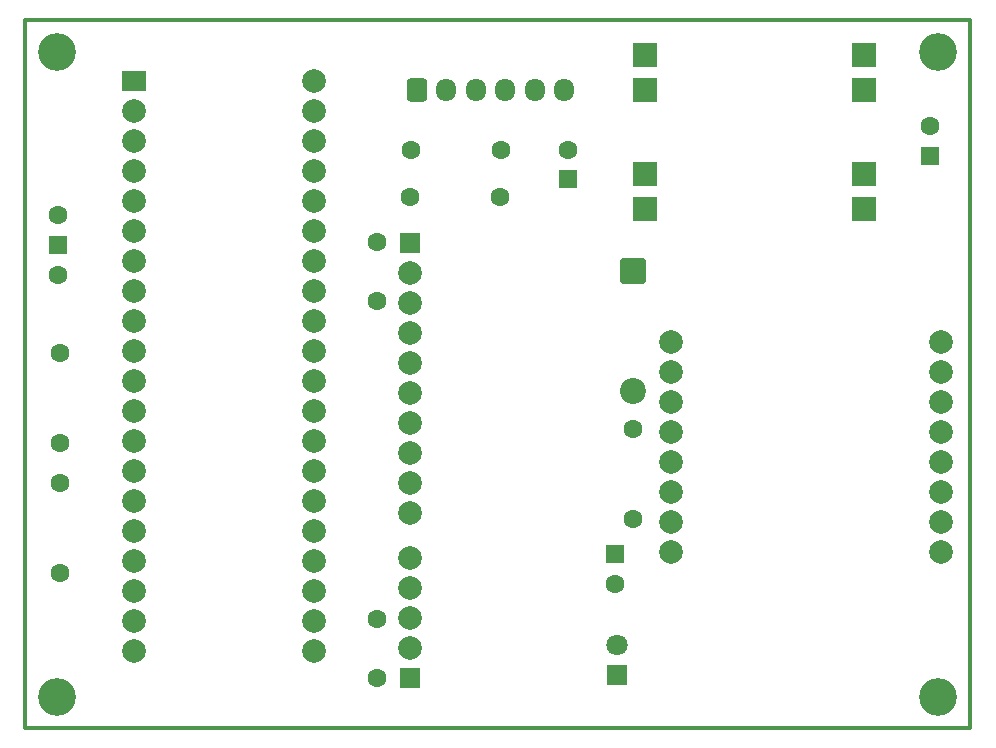
<source format=gbr>
%TF.GenerationSoftware,KiCad,Pcbnew,9.0.3*%
%TF.CreationDate,2025-08-04T15:43:46+07:00*%
%TF.ProjectId,CFBoard,4346426f-6172-4642-9e6b-696361645f70,rev?*%
%TF.SameCoordinates,Original*%
%TF.FileFunction,Soldermask,Bot*%
%TF.FilePolarity,Negative*%
%FSLAX45Y45*%
G04 Gerber Fmt 4.5, Leading zero omitted, Abs format (unit mm)*
G04 Created by KiCad (PCBNEW 9.0.3) date 2025-08-04 15:43:46*
%MOMM*%
%LPD*%
G01*
G04 APERTURE LIST*
G04 Aperture macros list*
%AMRoundRect*
0 Rectangle with rounded corners*
0 $1 Rounding radius*
0 $2 $3 $4 $5 $6 $7 $8 $9 X,Y pos of 4 corners*
0 Add a 4 corners polygon primitive as box body*
4,1,4,$2,$3,$4,$5,$6,$7,$8,$9,$2,$3,0*
0 Add four circle primitives for the rounded corners*
1,1,$1+$1,$2,$3*
1,1,$1+$1,$4,$5*
1,1,$1+$1,$6,$7*
1,1,$1+$1,$8,$9*
0 Add four rect primitives between the rounded corners*
20,1,$1+$1,$2,$3,$4,$5,0*
20,1,$1+$1,$4,$5,$6,$7,0*
20,1,$1+$1,$6,$7,$8,$9,0*
20,1,$1+$1,$8,$9,$2,$3,0*%
G04 Aperture macros list end*
%ADD10RoundRect,0.250000X-0.600000X-0.725000X0.600000X-0.725000X0.600000X0.725000X-0.600000X0.725000X0*%
%ADD11O,1.700000X1.950000*%
%ADD12C,1.600000*%
%ADD13C,3.200000*%
%ADD14RoundRect,0.249999X-0.850001X0.850001X-0.850001X-0.850001X0.850001X-0.850001X0.850001X0.850001X0*%
%ADD15C,2.200000*%
%ADD16R,2.000000X2.000000*%
%ADD17R,1.700000X1.700000*%
%ADD18C,2.000000*%
%ADD19RoundRect,0.250000X-0.550000X0.550000X-0.550000X-0.550000X0.550000X-0.550000X0.550000X0.550000X0*%
%ADD20R,2.000000X1.700000*%
%ADD21RoundRect,0.250000X0.550000X-0.550000X0.550000X0.550000X-0.550000X0.550000X-0.550000X-0.550000X0*%
%ADD22R,1.800000X1.800000*%
%ADD23C,1.800000*%
%ADD24R,1.500000X1.500000*%
%TA.AperFunction,Profile*%
%ADD25C,0.300000*%
%TD*%
G04 APERTURE END LIST*
D10*
%TO.C,CONN1*%
X13863600Y-8095450D03*
D11*
X14113600Y-8095450D03*
X14363600Y-8095450D03*
X14613600Y-8095450D03*
X14863600Y-8095450D03*
X15113600Y-8095450D03*
%TD*%
D12*
%TO.C,R5*%
X14570000Y-9000000D03*
X13808000Y-9000000D03*
%TD*%
%TO.C,R3*%
X10841000Y-11418000D03*
X10841000Y-12180000D03*
%TD*%
%TO.C,R2*%
X10841000Y-10318000D03*
X10841000Y-11080000D03*
%TD*%
%TO.C,R1*%
X14572000Y-8600000D03*
X13810000Y-8600000D03*
%TD*%
%TO.C,C4*%
X13528600Y-9380450D03*
X13528600Y-9880450D03*
%TD*%
D13*
%TO.C,REF\u002A\u002A*%
X10820000Y-13230000D03*
%TD*%
D12*
%TO.C,R4*%
X15691000Y-10968000D03*
X15691000Y-11730000D03*
%TD*%
D13*
%TO.C,REF\u002A\u002A*%
X18280000Y-7770000D03*
%TD*%
D14*
%TO.C,D1*%
X15690000Y-9630000D03*
D15*
X15690000Y-10646000D03*
%TD*%
D13*
%TO.C,REF\u002A\u002A*%
X10820000Y-7770000D03*
%TD*%
D16*
%TO.C,REG1*%
X15799000Y-8806050D03*
X15799000Y-9100450D03*
X15799000Y-7800450D03*
X15799000Y-8094850D03*
X17653200Y-8806050D03*
X17653200Y-9100450D03*
X17653200Y-7800450D03*
X17653200Y-8094850D03*
%TD*%
D17*
%TO.C,U4*%
X13806000Y-13076000D03*
D18*
X13806000Y-12822000D03*
X13806000Y-12568000D03*
X13806000Y-12314000D03*
X13806000Y-12060000D03*
%TD*%
D13*
%TO.C,REF\u002A\u002A*%
X18280000Y-13230000D03*
%TD*%
D19*
%TO.C,C3*%
X15541000Y-12025000D03*
D12*
X15541000Y-12275000D03*
%TD*%
D20*
%TO.C,U1*%
X11467000Y-8021000D03*
D18*
X11467000Y-8275000D03*
X11467000Y-8529000D03*
X11467000Y-8783000D03*
X11467000Y-9037000D03*
X11467000Y-9291000D03*
X11467000Y-9545000D03*
X11467000Y-9799000D03*
X11467000Y-10053000D03*
X11467000Y-10307000D03*
X11467000Y-10561000D03*
X11467000Y-10815000D03*
X11467000Y-11069000D03*
X11467000Y-11323000D03*
X11467000Y-11577000D03*
X11467000Y-11831000D03*
X11467000Y-12085000D03*
X11467000Y-12339000D03*
X11467000Y-12593000D03*
X11467000Y-12847000D03*
X12991000Y-12847000D03*
X12991000Y-12593000D03*
X12991000Y-12339000D03*
X12991000Y-12085000D03*
X12991000Y-11831000D03*
X12991000Y-11577000D03*
X12991000Y-11323000D03*
X12991000Y-11069000D03*
X12991000Y-10815000D03*
X12991000Y-10561000D03*
X12991000Y-10307000D03*
X12991000Y-10053000D03*
X12991000Y-9799000D03*
X12991000Y-9545000D03*
X12991000Y-9291000D03*
X12991000Y-9037000D03*
X12991000Y-8783000D03*
X12991000Y-8529000D03*
X12991000Y-8275000D03*
X12991000Y-8021000D03*
%TD*%
D21*
%TO.C,C2*%
X18210000Y-8650000D03*
D12*
X18210000Y-8400000D03*
%TD*%
D21*
%TO.C,C1*%
X15141000Y-8850000D03*
D12*
X15141000Y-8600000D03*
%TD*%
D22*
%TO.C,D2*%
X15560000Y-13044000D03*
D23*
X15560000Y-12790000D03*
%TD*%
D18*
%TO.C,U2*%
X18300000Y-12003000D03*
X18300000Y-11749000D03*
X18300000Y-11495000D03*
X18300000Y-11241000D03*
X18300000Y-10987000D03*
X18300000Y-10733000D03*
X18300000Y-10479000D03*
X18300000Y-10225000D03*
X16014000Y-10225000D03*
X16014000Y-10479000D03*
X16014000Y-10733000D03*
X16014000Y-10987000D03*
X16014000Y-11241000D03*
X16014000Y-11495000D03*
X16014000Y-11749000D03*
X16014000Y-12003000D03*
%TD*%
D12*
%TO.C,C5*%
X13526100Y-12575450D03*
X13526100Y-13075450D03*
%TD*%
D24*
%TO.C,SW1*%
X10826100Y-9404450D03*
D12*
X10826100Y-9658450D03*
X10826100Y-9150450D03*
%TD*%
D17*
%TO.C,U3*%
X13805600Y-9391450D03*
D18*
X13805600Y-9645450D03*
X13805600Y-9899450D03*
X13805600Y-10153450D03*
X13805600Y-10407450D03*
X13805600Y-10661450D03*
X13805600Y-10915450D03*
X13805600Y-11169450D03*
X13805600Y-11423450D03*
X13805600Y-11677450D03*
%TD*%
D25*
X10550000Y-7500000D02*
X18550000Y-7500000D01*
X18550000Y-13500000D01*
X10550000Y-13500000D01*
X10550000Y-7500000D01*
M02*

</source>
